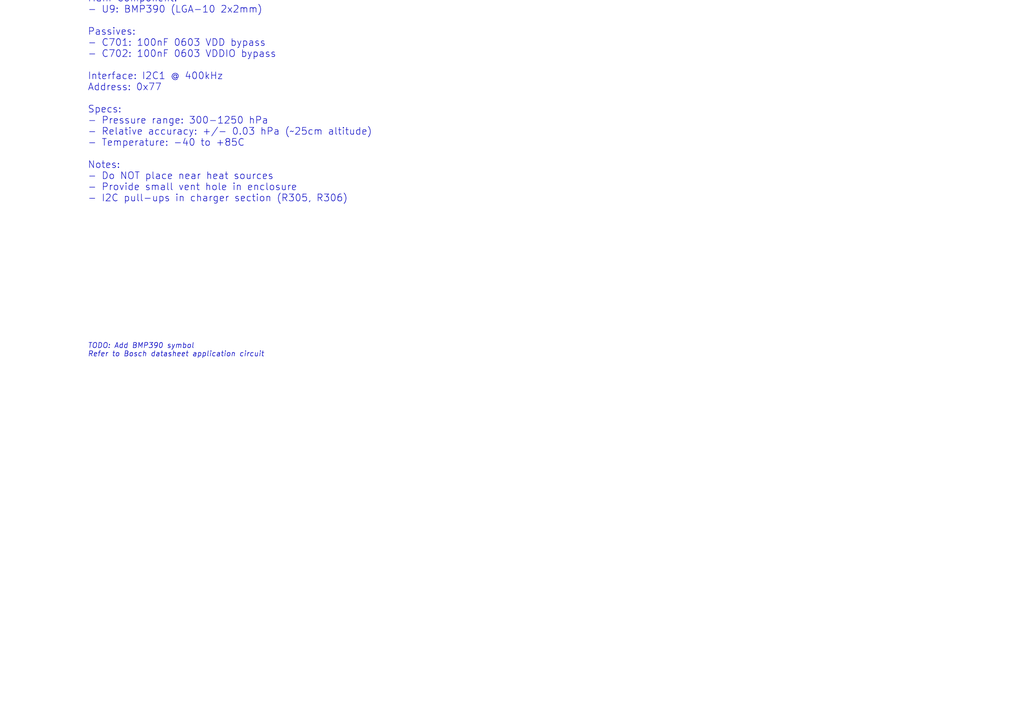
<source format=kicad_sch>
(kicad_sch
	(version 20231120)
	(generator "eeschema")
	(generator_version "8.0")
	(uuid "sec07-0001-0002-0003-000000000001")
	(paper "A4")
	(title_block
		(title "Section 07: Barometric Sensor")
		(date "2026-01-28")
		(rev "0.1")
		(company "IMSAFE Project")
		(comment 1 "BMP390 Pressure/Altitude Sensor")
		(comment 2 "I2C address 0x77")
	)

	(lib_symbols)

	(text "Barometric Sensor Section\n\nMain Component:\n- U9: BMP390 (LGA-10 2x2mm)\n\nPassives:\n- C701: 100nF 0603 VDD bypass\n- C702: 100nF 0603 VDDIO bypass\n\nInterface: I2C1 @ 400kHz\nAddress: 0x77\n\nSpecs:\n- Pressure range: 300-1250 hPa\n- Relative accuracy: +/- 0.03 hPa (~25cm altitude)\n- Temperature: -40 to +85C\n\nNotes:\n- Do NOT place near heat sources\n- Provide small vent hole in enclosure\n- I2C pull-ups in charger section (R305, R306)"
		(exclude_from_sim no)
		(at 25.4 25.4 0)
		(effects
			(font
				(size 2 2)
			)
			(justify left)
		)
		(uuid "sec07-text-001")
	)

	(text "TODO: Add BMP390 symbol\nRefer to Bosch datasheet application circuit"
		(exclude_from_sim no)
		(at 25.4 101.6 0)
		(effects
			(font
				(size 1.5 1.5)
				(italic yes)
			)
			(justify left)
		)
		(uuid "sec07-todo-001")
	)
)

</source>
